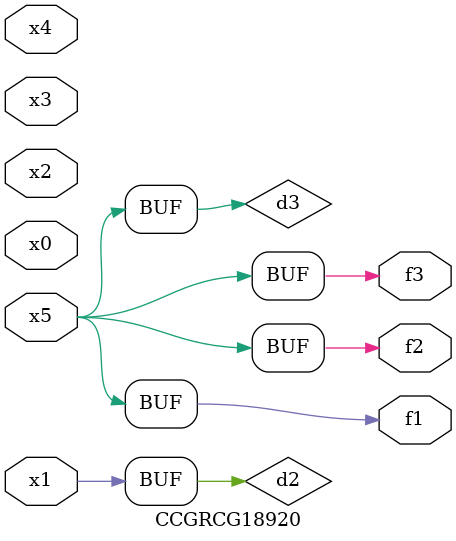
<source format=v>
module CCGRCG18920(
	input x0, x1, x2, x3, x4, x5,
	output f1, f2, f3
);

	wire d1, d2, d3;

	not (d1, x5);
	or (d2, x1);
	xnor (d3, d1);
	assign f1 = d3;
	assign f2 = d3;
	assign f3 = d3;
endmodule

</source>
